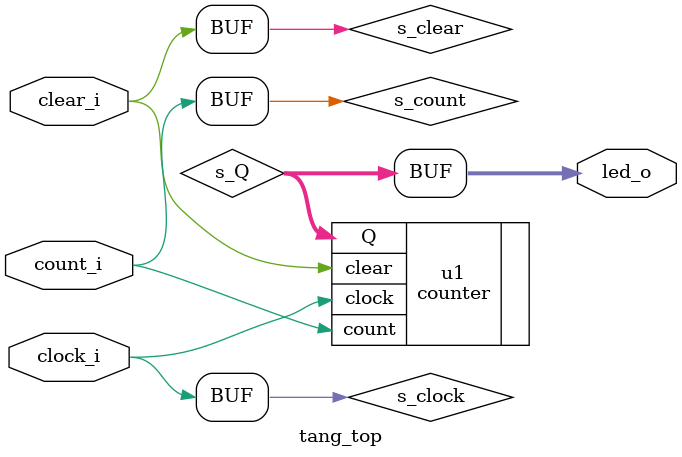
<source format=v>

module tang_top (
    clear_i,
    count_i,
    clock_i,
    led_o
);

input clear_i, count_i, clock_i;
output [7:0] led_o;

wire s_clock, s_clear, s_count; 
wire [7:0] s_Q;

counter u1(
    .clock(s_clock),
    .clear(s_clear),
    .count(s_count),
    .Q(s_Q)
);

assign s_clock = clock_i;
assign s_clear = clear_i;
assign s_count = count_i;
assign led_o[7:0] = s_Q[7:0];

endmodule

</source>
